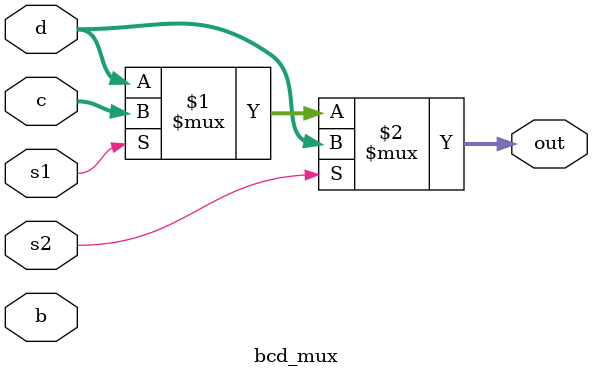
<source format=v>
module bcd_mux (b, c, d, s1, s2, out);
    input [7:0] b, c, d;
    input  s1, s2;
    output [7:0] out;

    assign out = s2 ? d : s1 ? c : d;
    // always @(*) begin
    //     if (s2 == 1'b1 && s1 == 1'b0)
    //         begin
    //             assign out = d;
    //         end
    //     else
    //         begin
    //             if (s1 == 1'b1)
    //                 begin
    //                     assign out = c;
    //                 end
    //             else
    //                 begin
    //                     assign out = b;
    //                 end
    //         end
    // end
endmodule
</source>
